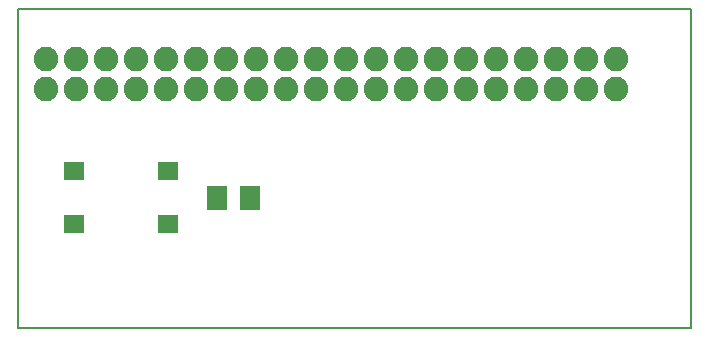
<source format=gts>
G04 EAGLE Gerber X2 export*
%TF.Part,Single*%
%TF.FileFunction,Other,Solder stop mask TOP*%
%TF.FilePolarity,Positive*%
%TF.GenerationSoftware,Autodesk,EAGLE,9.4.2*%
%TF.CreationDate,2020-05-28T04:55:40Z*%
G75*
%MOMM*%
%FSLAX34Y34*%
%LPD*%
%INTop Solder Mask*%
%AMOC8*
5,1,8,0,0,1.08239X$1,22.5*%
G01*
%ADD10C,0.200000*%
%ADD11C,2.082800*%
%ADD12R,1.803200X2.003200*%
%ADD13R,1.753200X1.503200*%


D10*
X0Y-270000D02*
X570000Y-270000D01*
X0Y-270000D02*
X0Y0D01*
X570000Y0D02*
X570000Y-270000D01*
X570000Y0D02*
X0Y0D01*
D11*
X23700Y-67700D03*
X125300Y-42300D03*
X150700Y-67700D03*
X150700Y-42300D03*
X176100Y-67700D03*
X176100Y-42300D03*
X201500Y-67700D03*
X201500Y-42300D03*
X226900Y-67700D03*
X226900Y-42300D03*
X252300Y-67700D03*
X23700Y-42300D03*
X252300Y-42300D03*
X277700Y-67700D03*
X277700Y-42300D03*
X303100Y-67700D03*
X303100Y-42300D03*
X328500Y-67700D03*
X328500Y-42300D03*
X353900Y-67700D03*
X353900Y-42300D03*
X379300Y-67700D03*
X49100Y-67700D03*
X379300Y-42300D03*
X404700Y-67700D03*
X404700Y-42300D03*
X430100Y-67700D03*
X430100Y-42300D03*
X455500Y-67700D03*
X455500Y-42300D03*
X480900Y-67700D03*
X480900Y-42300D03*
X506300Y-67700D03*
X49100Y-42300D03*
X506300Y-42300D03*
X74500Y-67700D03*
X74500Y-42300D03*
X99900Y-67700D03*
X99900Y-42300D03*
X125300Y-67700D03*
D12*
X168500Y-160000D03*
X196500Y-160000D03*
D13*
X47750Y-137500D03*
X127250Y-137500D03*
X47750Y-182500D03*
X127250Y-182500D03*
M02*

</source>
